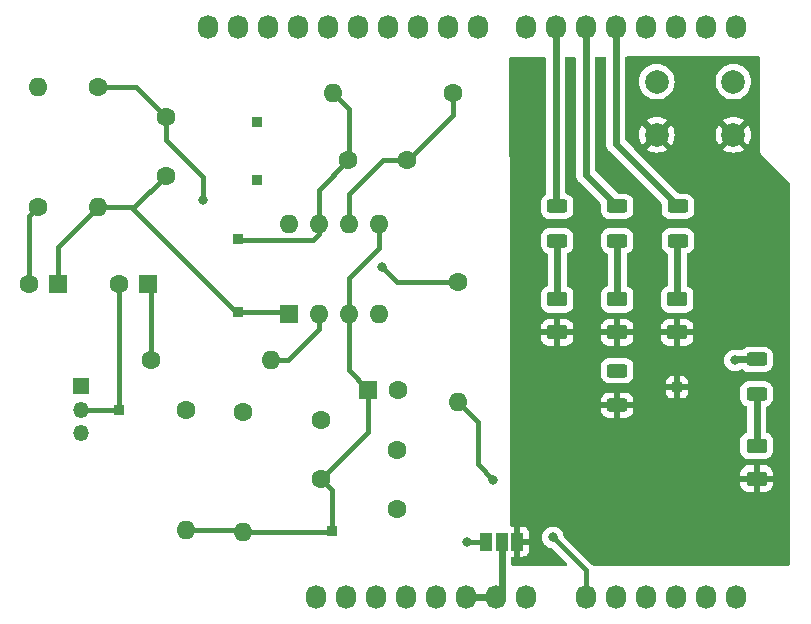
<source format=gbr>
%TF.GenerationSoftware,KiCad,Pcbnew,(6.0.0)*%
%TF.CreationDate,2022-05-11T10:24:23+02:00*%
%TF.ProjectId,speed_sensor,73706565-645f-4736-956e-736f722e6b69,v0.04*%
%TF.SameCoordinates,Original*%
%TF.FileFunction,Copper,L1,Top*%
%TF.FilePolarity,Positive*%
%FSLAX46Y46*%
G04 Gerber Fmt 4.6, Leading zero omitted, Abs format (unit mm)*
G04 Created by KiCad (PCBNEW (6.0.0)) date 2022-05-11 10:24:23*
%MOMM*%
%LPD*%
G01*
G04 APERTURE LIST*
G04 Aperture macros list*
%AMRoundRect*
0 Rectangle with rounded corners*
0 $1 Rounding radius*
0 $2 $3 $4 $5 $6 $7 $8 $9 X,Y pos of 4 corners*
0 Add a 4 corners polygon primitive as box body*
4,1,4,$2,$3,$4,$5,$6,$7,$8,$9,$2,$3,0*
0 Add four circle primitives for the rounded corners*
1,1,$1+$1,$2,$3*
1,1,$1+$1,$4,$5*
1,1,$1+$1,$6,$7*
1,1,$1+$1,$8,$9*
0 Add four rect primitives between the rounded corners*
20,1,$1+$1,$2,$3,$4,$5,0*
20,1,$1+$1,$4,$5,$6,$7,0*
20,1,$1+$1,$6,$7,$8,$9,0*
20,1,$1+$1,$8,$9,$2,$3,0*%
G04 Aperture macros list end*
%TA.AperFunction,ComponentPad*%
%ADD10C,1.600000*%
%TD*%
%TA.AperFunction,ComponentPad*%
%ADD11O,1.727200X2.032000*%
%TD*%
%TA.AperFunction,ComponentPad*%
%ADD12O,1.600000X1.600000*%
%TD*%
%TA.AperFunction,SMDPad,CuDef*%
%ADD13RoundRect,0.250000X0.625000X-0.375000X0.625000X0.375000X-0.625000X0.375000X-0.625000X-0.375000X0*%
%TD*%
%TA.AperFunction,SMDPad,CuDef*%
%ADD14R,1.000000X1.500000*%
%TD*%
%TA.AperFunction,ComponentPad*%
%ADD15R,0.850000X0.850000*%
%TD*%
%TA.AperFunction,ComponentPad*%
%ADD16R,1.600000X1.600000*%
%TD*%
%TA.AperFunction,SMDPad,CuDef*%
%ADD17RoundRect,0.250000X0.625000X-0.312500X0.625000X0.312500X-0.625000X0.312500X-0.625000X-0.312500X0*%
%TD*%
%TA.AperFunction,ComponentPad*%
%ADD18C,2.000000*%
%TD*%
%TA.AperFunction,ComponentPad*%
%ADD19R,1.350000X1.350000*%
%TD*%
%TA.AperFunction,ComponentPad*%
%ADD20O,1.350000X1.350000*%
%TD*%
%TA.AperFunction,ViaPad*%
%ADD21C,0.800000*%
%TD*%
%TA.AperFunction,Conductor*%
%ADD22C,0.600000*%
%TD*%
%TA.AperFunction,Conductor*%
%ADD23C,0.400000*%
%TD*%
%TA.AperFunction,Conductor*%
%ADD24C,0.200000*%
%TD*%
G04 APERTURE END LIST*
D10*
%TO.P,C7,1*%
%TO.N,GNDA*%
X145872200Y-111368200D03*
%TO.P,C7,2*%
%TO.N,+5V*%
X145872200Y-116368200D03*
%TD*%
%TO.P,C6,1*%
%TO.N,Net-(C6-Pad1)*%
X146721200Y-86817200D03*
%TO.P,C6,2*%
%TO.N,Net-(C6-Pad2)*%
X141721200Y-86817200D03*
%TD*%
%TO.P,C4,1*%
%TO.N,/v_cm*%
X139395200Y-113853600D03*
%TO.P,C4,2*%
%TO.N,GNDA*%
X139395200Y-108853600D03*
%TD*%
%TO.P,C3,1*%
%TO.N,Net-(C3-Pad1)*%
X126238000Y-83185000D03*
%TO.P,C3,2*%
%TO.N,Net-(C3-Pad2)*%
X126238000Y-88185000D03*
%TD*%
D11*
%TO.P,P1,1,Pin_1*%
%TO.N,unconnected-(P1-Pad1)*%
X138938000Y-123825000D03*
%TO.P,P1,2,Pin_2*%
%TO.N,/IOREF*%
X141478000Y-123825000D03*
%TO.P,P1,3,Pin_3*%
%TO.N,/Reset*%
X144018000Y-123825000D03*
%TO.P,P1,4,Pin_4*%
%TO.N,unconnected-(P1-Pad4)*%
X146558000Y-123825000D03*
%TO.P,P1,5,Pin_5*%
%TO.N,+5V*%
X149098000Y-123825000D03*
%TO.P,P1,6,Pin_6*%
%TO.N,GND*%
X151638000Y-123825000D03*
%TO.P,P1,7,Pin_7*%
X154178000Y-123825000D03*
%TO.P,P1,8,Pin_8*%
%TO.N,/Vin*%
X156718000Y-123825000D03*
%TD*%
%TO.P,P2,1,Pin_1*%
%TO.N,/A0*%
X161798000Y-123825000D03*
%TO.P,P2,2,Pin_2*%
%TO.N,/A1*%
X164338000Y-123825000D03*
%TO.P,P2,3,Pin_3*%
%TO.N,/A2*%
X166878000Y-123825000D03*
%TO.P,P2,4,Pin_4*%
%TO.N,/A3*%
X169418000Y-123825000D03*
%TO.P,P2,5,Pin_5*%
%TO.N,unconnected-(P2-Pad5)*%
X171958000Y-123825000D03*
%TO.P,P2,6,Pin_6*%
%TO.N,unconnected-(P2-Pad6)*%
X174498000Y-123825000D03*
%TD*%
%TO.P,P3,1,Pin_1*%
%TO.N,unconnected-(P3-Pad1)*%
X129794000Y-75565000D03*
%TO.P,P3,2,Pin_2*%
%TO.N,unconnected-(P3-Pad2)*%
X132334000Y-75565000D03*
%TO.P,P3,3,Pin_3*%
%TO.N,/AREF*%
X134874000Y-75565000D03*
%TO.P,P3,4,Pin_4*%
%TO.N,unconnected-(P3-Pad4)*%
X137414000Y-75565000D03*
%TO.P,P3,5,Pin_5*%
%TO.N,/D13(SCK)*%
X139954000Y-75565000D03*
%TO.P,P3,6,Pin_6*%
%TO.N,/D12(MISO)*%
X142494000Y-75565000D03*
%TO.P,P3,7,Pin_7*%
%TO.N,/D11(\u002A\u002A{slash}MOSI)*%
X145034000Y-75565000D03*
%TO.P,P3,8,Pin_8*%
%TO.N,/D10(\u002A\u002A{slash}SS)*%
X147574000Y-75565000D03*
%TO.P,P3,9,Pin_9*%
%TO.N,/D9*%
X150114000Y-75565000D03*
%TO.P,P3,10,Pin_10*%
%TO.N,/D8*%
X152654000Y-75565000D03*
%TD*%
%TO.P,P4,1,Pin_1*%
%TO.N,/D7*%
X156718000Y-75565000D03*
%TO.P,P4,2,Pin_2*%
%TO.N,/D6*%
X159258000Y-75565000D03*
%TO.P,P4,3,Pin_3*%
%TO.N,/D5*%
X161798000Y-75565000D03*
%TO.P,P4,4,Pin_4*%
%TO.N,/D4*%
X164338000Y-75565000D03*
%TO.P,P4,5,Pin_5*%
%TO.N,/D3*%
X166878000Y-75565000D03*
%TO.P,P4,6,Pin_6*%
%TO.N,/D2*%
X169418000Y-75565000D03*
%TO.P,P4,7,Pin_7*%
%TO.N,/D1(Tx)*%
X171958000Y-75565000D03*
%TO.P,P4,8,Pin_8*%
%TO.N,/D0(Rx)*%
X174498000Y-75565000D03*
%TD*%
D10*
%TO.P,R6,1*%
%TO.N,Net-(C6-Pad1)*%
X150571200Y-81178400D03*
D12*
%TO.P,R6,2*%
%TO.N,Net-(C6-Pad2)*%
X140411200Y-81178400D03*
%TD*%
D13*
%TO.P,D4,1,K*%
%TO.N,GNDD*%
X169545000Y-101414500D03*
%TO.P,D4,2,A*%
%TO.N,Net-(D4-Pad2)*%
X169545000Y-98614500D03*
%TD*%
D14*
%TO.P,JP1,1,A*%
%TO.N,GNDD*%
X155986000Y-119126000D03*
%TO.P,JP1,2,C*%
%TO.N,GND*%
X154686000Y-119126000D03*
%TO.P,JP1,3,B*%
%TO.N,GNDA*%
X153386000Y-119126000D03*
%TD*%
D12*
%TO.P,R5,2*%
%TO.N,Net-(C6-Pad1)*%
X115443000Y-80645000D03*
D10*
%TO.P,R5,1*%
%TO.N,Net-(C5-Pad2)*%
X115443000Y-90805000D03*
%TD*%
D12*
%TO.P,R3,2*%
%TO.N,Net-(C3-Pad1)*%
X135204200Y-103708200D03*
D10*
%TO.P,R3,1*%
%TO.N,Net-(C1-Pad1)*%
X125044200Y-103708200D03*
%TD*%
%TO.P,R1,1*%
%TO.N,+5V*%
X132816600Y-108153200D03*
D12*
%TO.P,R1,2*%
%TO.N,/v_cm*%
X132816600Y-118313200D03*
%TD*%
D13*
%TO.P,D1,1,K*%
%TO.N,GNDD*%
X176276000Y-113795000D03*
%TO.P,D1,2,A*%
%TO.N,Net-(D1-Pad2)*%
X176276000Y-110995000D03*
%TD*%
D15*
%TO.P,sensor_out,1,Pin_1*%
%TO.N,/V_IN*%
X122301000Y-107950000D03*
%TD*%
D13*
%TO.P,D2,1,K*%
%TO.N,GNDD*%
X159385000Y-101414500D03*
%TO.P,D2,2,A*%
%TO.N,Net-(D2-Pad2)*%
X159385000Y-98614500D03*
%TD*%
D16*
%TO.P,C2,1*%
%TO.N,/v_cm*%
X143383000Y-106248200D03*
D10*
%TO.P,C2,2*%
%TO.N,GNDA*%
X145883000Y-106248200D03*
%TD*%
D17*
%TO.P,R10,1*%
%TO.N,Net-(D3-Pad2)*%
X164465000Y-93664500D03*
%TO.P,R10,2*%
%TO.N,/D5*%
X164465000Y-90739500D03*
%TD*%
D16*
%TO.P,U1,1*%
%TO.N,Net-(C3-Pad2)*%
X136662000Y-99812000D03*
D12*
%TO.P,U1,2,-*%
%TO.N,Net-(C3-Pad1)*%
X139202000Y-99812000D03*
%TO.P,U1,3,+*%
%TO.N,/v_cm*%
X141742000Y-99812000D03*
%TO.P,U1,4,V-*%
%TO.N,GNDA*%
X144282000Y-99812000D03*
%TO.P,U1,5,+*%
%TO.N,/v_cm*%
X144282000Y-92192000D03*
%TO.P,U1,6,-*%
%TO.N,Net-(C6-Pad1)*%
X141742000Y-92192000D03*
%TO.P,U1,7*%
%TO.N,Net-(C6-Pad2)*%
X139202000Y-92192000D03*
%TO.P,U1,8,V+*%
%TO.N,+5V*%
X136662000Y-92192000D03*
%TD*%
D18*
%TO.P,SW1,1,1*%
%TO.N,GNDD*%
X174319000Y-84673000D03*
X167819000Y-84673000D03*
%TO.P,SW1,2,2*%
%TO.N,/D7*%
X167819000Y-80173000D03*
X174319000Y-80173000D03*
%TD*%
D13*
%TO.P,D3,1,K*%
%TO.N,GNDD*%
X164465000Y-101414500D03*
%TO.P,D3,2,A*%
%TO.N,Net-(D3-Pad2)*%
X164465000Y-98614500D03*
%TD*%
D10*
%TO.P,R7,1*%
%TO.N,Net-(C6-Pad2)*%
X150977600Y-97155000D03*
D12*
%TO.P,R7,2*%
%TO.N,/A0*%
X150977600Y-107315000D03*
%TD*%
D15*
%TO.P,GNDA,1,Pin_1*%
%TO.N,GNDA*%
X133985000Y-83566000D03*
%TD*%
%TO.P,OP2_out,1,Pin_1*%
%TO.N,Net-(C6-Pad2)*%
X132334000Y-93472000D03*
%TD*%
D16*
%TO.P,C1,1*%
%TO.N,Net-(C1-Pad1)*%
X124776113Y-97322000D03*
D10*
%TO.P,C1,2*%
%TO.N,/V_IN*%
X122276113Y-97322000D03*
%TD*%
D17*
%TO.P,R11,1*%
%TO.N,Net-(D4-Pad2)*%
X169625000Y-93664500D03*
%TO.P,R11,2*%
%TO.N,/D4*%
X169625000Y-90739500D03*
%TD*%
%TO.P,R9,1*%
%TO.N,Net-(D2-Pad2)*%
X159385000Y-93664500D03*
%TO.P,R9,2*%
%TO.N,/D6*%
X159385000Y-90739500D03*
%TD*%
D16*
%TO.P,C5,1*%
%TO.N,Net-(C3-Pad2)*%
X117156113Y-97282000D03*
D10*
%TO.P,C5,2*%
%TO.N,Net-(C5-Pad2)*%
X114656113Y-97282000D03*
%TD*%
D19*
%TO.P,sensor,1,Pin_1*%
%TO.N,GNDA*%
X119098200Y-105950000D03*
D20*
%TO.P,sensor,2,Pin_2*%
%TO.N,/V_IN*%
X119098200Y-107950000D03*
%TO.P,sensor,3,Pin_3*%
%TO.N,+5V*%
X119098200Y-109950000D03*
%TD*%
D15*
%TO.P,OP1_out,1,Pin_1*%
%TO.N,Net-(C3-Pad2)*%
X132334000Y-99685000D03*
%TD*%
D10*
%TO.P,R2,1*%
%TO.N,GNDA*%
X127965200Y-108000800D03*
D12*
%TO.P,R2,2*%
%TO.N,/v_cm*%
X127965200Y-118160800D03*
%TD*%
D15*
%TO.P,v_d_out,1,Pin_1*%
%TO.N,/v_cm*%
X140335000Y-118237000D03*
%TD*%
%TO.P,GNDD,1,Pin_1*%
%TO.N,GNDD*%
X169545000Y-106059700D03*
%TD*%
D17*
%TO.P,R8,1*%
%TO.N,Net-(D1-Pad2)*%
X176276000Y-106618500D03*
%TO.P,R8,2*%
%TO.N,+5V*%
X176276000Y-103693500D03*
%TD*%
D15*
%TO.P,GNDA,1,Pin_1*%
%TO.N,GNDA*%
X133985000Y-88519000D03*
%TD*%
D17*
%TO.P,R12,1*%
%TO.N,GNDD*%
X164465000Y-107573000D03*
%TO.P,R12,2*%
%TO.N,Net-(R12-Pad2)*%
X164465000Y-104648000D03*
%TD*%
D12*
%TO.P,R4,2*%
%TO.N,Net-(C3-Pad2)*%
X120523000Y-90805000D03*
D10*
%TO.P,R4,1*%
%TO.N,Net-(C3-Pad1)*%
X120523000Y-80645000D03*
%TD*%
D21*
%TO.N,GNDA*%
X151765000Y-119126000D03*
%TO.N,Net-(C3-Pad1)*%
X129413000Y-90170000D03*
%TO.N,+5V*%
X174447200Y-103784400D03*
%TO.N,/A0*%
X159029400Y-118770400D03*
X154000200Y-113868200D03*
%TO.N,Net-(C6-Pad2)*%
X144526000Y-95885000D03*
%TD*%
D22*
%TO.N,/D4*%
X164338000Y-85452500D02*
X169625000Y-90739500D01*
X164338000Y-75565000D02*
X164338000Y-85452500D01*
%TO.N,/D5*%
X161798000Y-88072500D02*
X164465000Y-90739500D01*
X161798000Y-75565000D02*
X161798000Y-88072500D01*
%TO.N,/D6*%
X159258000Y-90612500D02*
X159258000Y-75565000D01*
X159385000Y-90739500D02*
X159258000Y-90612500D01*
%TO.N,Net-(D2-Pad2)*%
X159385000Y-93664500D02*
X159385000Y-98614500D01*
%TO.N,Net-(D3-Pad2)*%
X164465000Y-93664500D02*
X164465000Y-98614500D01*
%TO.N,Net-(D4-Pad2)*%
X169545000Y-93744500D02*
X169545000Y-98614500D01*
X169625000Y-93664500D02*
X169545000Y-93744500D01*
D23*
%TO.N,Net-(C6-Pad2)*%
X138684000Y-93599000D02*
X139202000Y-93081000D01*
X132461000Y-93599000D02*
X138684000Y-93599000D01*
X132334000Y-93472000D02*
X132461000Y-93599000D01*
X139202000Y-93081000D02*
X139202000Y-92192000D01*
%TO.N,Net-(C3-Pad2)*%
X136535000Y-99685000D02*
X136662000Y-99812000D01*
X132334000Y-99685000D02*
X136535000Y-99685000D01*
X132197000Y-99685000D02*
X123342400Y-90830400D01*
X132334000Y-99685000D02*
X132197000Y-99685000D01*
%TO.N,/v_cm*%
X144282000Y-94224000D02*
X144282000Y-92192000D01*
X141742000Y-96764000D02*
X144282000Y-94224000D01*
X141742000Y-99812000D02*
X141742000Y-96764000D01*
%TO.N,GNDA*%
X151765000Y-119126000D02*
X153386000Y-119126000D01*
%TO.N,Net-(C3-Pad1)*%
X126238000Y-85090000D02*
X126238000Y-83185000D01*
X129413000Y-88265000D02*
X126238000Y-85090000D01*
X129413000Y-90170000D02*
X129413000Y-88265000D01*
%TO.N,/v_cm*%
X140258800Y-118313200D02*
X132816600Y-118313200D01*
X140335000Y-118237000D02*
X140258800Y-118313200D01*
X140335000Y-114793400D02*
X139395200Y-113853600D01*
X140335000Y-118237000D02*
X140335000Y-114793400D01*
%TO.N,Net-(C3-Pad2)*%
X117156113Y-94171887D02*
X120523000Y-90805000D01*
%TO.N,Net-(C5-Pad2)*%
X114656113Y-91591887D02*
X115443000Y-90805000D01*
%TO.N,Net-(C3-Pad2)*%
X117156113Y-97282000D02*
X117156113Y-94171887D01*
%TO.N,Net-(C5-Pad2)*%
X114656113Y-97282000D02*
X114656113Y-91591887D01*
%TO.N,Net-(C6-Pad1)*%
X141742000Y-89728200D02*
X141742000Y-92192000D01*
%TO.N,Net-(C6-Pad2)*%
X141732000Y-86806400D02*
X141721200Y-86817200D01*
X141732000Y-82499200D02*
X141732000Y-86806400D01*
X140411200Y-81178400D02*
X141732000Y-82499200D01*
%TO.N,Net-(C6-Pad1)*%
X150571200Y-82981800D02*
X150571200Y-81178400D01*
X146721200Y-86817200D02*
X146735800Y-86817200D01*
X146735800Y-86817200D02*
X150571200Y-82981800D01*
%TO.N,/V_IN*%
X119098200Y-107950000D02*
X122301000Y-107950000D01*
D24*
X122301000Y-97346887D02*
X122276113Y-97322000D01*
D23*
X122301000Y-107950000D02*
X122301000Y-97346887D01*
D22*
%TO.N,+5V*%
X174563500Y-103693500D02*
X176276000Y-103693500D01*
%TO.N,GND*%
X151638000Y-123825000D02*
X154178000Y-123825000D01*
X154686000Y-123317000D02*
X154178000Y-123825000D01*
X154686000Y-119126000D02*
X154686000Y-123317000D01*
D23*
%TO.N,/A0*%
X152679400Y-112547400D02*
X154000200Y-113868200D01*
X152679400Y-109016800D02*
X152679400Y-112547400D01*
X161798000Y-121539000D02*
X159029400Y-118770400D01*
X150977600Y-107315000D02*
X152679400Y-109016800D01*
X161798000Y-121539000D02*
X161798000Y-123825000D01*
D22*
%TO.N,Net-(D1-Pad2)*%
X176276000Y-110995000D02*
X176276000Y-106618500D01*
D23*
%TO.N,Net-(C6-Pad2)*%
X150977600Y-97155000D02*
X145796000Y-97155000D01*
X139202000Y-92192000D02*
X139202000Y-89336400D01*
X139202000Y-89336400D02*
X141721200Y-86817200D01*
X145796000Y-97155000D02*
X144526000Y-95885000D01*
%TO.N,Net-(C6-Pad1)*%
X141742000Y-89728200D02*
X144653000Y-86817200D01*
X144653000Y-86817200D02*
X146721200Y-86817200D01*
%TO.N,Net-(C3-Pad1)*%
X136601200Y-103708200D02*
X139202000Y-101107400D01*
X139202000Y-101107400D02*
X139202000Y-99812000D01*
X123698000Y-80645000D02*
X126238000Y-83185000D01*
X135204200Y-103708200D02*
X136601200Y-103708200D01*
X120523000Y-80645000D02*
X123698000Y-80645000D01*
%TO.N,Net-(C3-Pad2)*%
X123592600Y-90830400D02*
X126238000Y-88185000D01*
X123342400Y-90830400D02*
X123592600Y-90830400D01*
X120523000Y-90805000D02*
X123317000Y-90805000D01*
X123317000Y-90805000D02*
X123342400Y-90830400D01*
%TO.N,Net-(C1-Pad1)*%
X125044200Y-97590087D02*
X124776113Y-97322000D01*
X125044200Y-103708200D02*
X125044200Y-97590087D01*
%TO.N,/v_cm*%
X143383000Y-109865800D02*
X139395200Y-113853600D01*
X141742000Y-99812000D02*
X141742000Y-104607200D01*
X141742000Y-104607200D02*
X143383000Y-106248200D01*
X143383000Y-106248200D02*
X143383000Y-109865800D01*
X127965200Y-118160800D02*
X132664200Y-118160800D01*
X132664200Y-118160800D02*
X132816600Y-118313200D01*
%TD*%
%TA.AperFunction,Conductor*%
%TO.N,GNDD*%
G36*
X176471500Y-78001316D02*
G01*
X176518306Y-78054698D01*
X176530000Y-78107710D01*
X176530000Y-85907980D01*
X176528646Y-85920096D01*
X176529130Y-85920135D01*
X176528410Y-85929086D01*
X176526429Y-85937840D01*
X176527672Y-85957876D01*
X176529758Y-85991501D01*
X176530000Y-85999303D01*
X176530000Y-86015477D01*
X176530636Y-86019918D01*
X176530636Y-86019919D01*
X176531480Y-86025813D01*
X176532510Y-86035872D01*
X176535439Y-86083075D01*
X176538485Y-86091513D01*
X176539088Y-86094424D01*
X176543294Y-86111292D01*
X176544132Y-86114159D01*
X176545405Y-86123045D01*
X176549120Y-86131216D01*
X176549121Y-86131219D01*
X176564977Y-86166092D01*
X176568791Y-86175461D01*
X176581801Y-86211501D01*
X176581803Y-86211505D01*
X176584850Y-86219945D01*
X176590146Y-86227194D01*
X176591547Y-86229829D01*
X176600303Y-86244814D01*
X176601918Y-86247339D01*
X176605633Y-86255510D01*
X176611491Y-86262309D01*
X176611492Y-86262310D01*
X176636502Y-86291335D01*
X176642791Y-86299256D01*
X176647927Y-86306286D01*
X176650805Y-86310225D01*
X176661757Y-86321177D01*
X176668115Y-86328025D01*
X176694756Y-86358944D01*
X176694761Y-86358948D01*
X176700619Y-86365747D01*
X176708153Y-86370630D01*
X176714428Y-86376104D01*
X176726248Y-86385668D01*
X179033095Y-88692515D01*
X179067121Y-88754827D01*
X179070000Y-88781610D01*
X179070000Y-121022390D01*
X179049998Y-121090511D01*
X179033095Y-121111485D01*
X179023485Y-121121095D01*
X178961173Y-121155121D01*
X178934390Y-121158000D01*
X162462178Y-121158000D01*
X162394057Y-121137998D01*
X162358338Y-121103367D01*
X162333357Y-121067019D01*
X162286838Y-121025572D01*
X162281563Y-121020592D01*
X159964065Y-118703095D01*
X159930040Y-118640783D01*
X159927850Y-118627170D01*
X159923632Y-118587037D01*
X159923632Y-118587035D01*
X159922942Y-118580472D01*
X159863927Y-118398844D01*
X159768440Y-118233456D01*
X159640653Y-118091534D01*
X159486152Y-117979282D01*
X159480124Y-117976598D01*
X159480122Y-117976597D01*
X159317719Y-117904291D01*
X159317718Y-117904291D01*
X159311688Y-117901606D01*
X159217323Y-117881548D01*
X159131344Y-117863272D01*
X159131339Y-117863272D01*
X159124887Y-117861900D01*
X158933913Y-117861900D01*
X158927461Y-117863272D01*
X158927456Y-117863272D01*
X158841477Y-117881548D01*
X158747112Y-117901606D01*
X158741082Y-117904291D01*
X158741081Y-117904291D01*
X158578678Y-117976597D01*
X158578676Y-117976598D01*
X158572648Y-117979282D01*
X158418147Y-118091534D01*
X158290360Y-118233456D01*
X158194873Y-118398844D01*
X158135858Y-118580472D01*
X158115896Y-118770400D01*
X158116586Y-118776965D01*
X158125151Y-118858452D01*
X158135858Y-118960328D01*
X158194873Y-119141956D01*
X158290360Y-119307344D01*
X158294778Y-119312251D01*
X158294779Y-119312252D01*
X158367978Y-119393548D01*
X158418147Y-119449266D01*
X158572648Y-119561518D01*
X158578676Y-119564202D01*
X158578678Y-119564203D01*
X158741081Y-119636509D01*
X158747112Y-119639194D01*
X158883811Y-119668250D01*
X158899969Y-119671685D01*
X158962867Y-119705837D01*
X160199935Y-120942905D01*
X160233961Y-121005217D01*
X160228896Y-121076032D01*
X160186349Y-121132868D01*
X160119829Y-121157679D01*
X160110840Y-121158000D01*
X155620500Y-121158000D01*
X155552379Y-121137998D01*
X155505886Y-121084342D01*
X155494500Y-121032000D01*
X155494500Y-120510000D01*
X155514502Y-120441879D01*
X155568158Y-120395386D01*
X155620500Y-120384000D01*
X155713885Y-120384000D01*
X155729124Y-120379525D01*
X155730329Y-120378135D01*
X155732000Y-120370452D01*
X155732000Y-120365884D01*
X156240000Y-120365884D01*
X156244475Y-120381123D01*
X156245865Y-120382328D01*
X156253548Y-120383999D01*
X156530669Y-120383999D01*
X156537490Y-120383629D01*
X156588352Y-120378105D01*
X156603604Y-120374479D01*
X156724054Y-120329324D01*
X156739649Y-120320786D01*
X156841724Y-120244285D01*
X156854285Y-120231724D01*
X156930786Y-120129649D01*
X156939324Y-120114054D01*
X156984478Y-119993606D01*
X156988105Y-119978351D01*
X156993631Y-119927486D01*
X156994000Y-119920672D01*
X156994000Y-119398115D01*
X156989525Y-119382876D01*
X156988135Y-119381671D01*
X156980452Y-119380000D01*
X156258115Y-119380000D01*
X156242876Y-119384475D01*
X156241671Y-119385865D01*
X156240000Y-119393548D01*
X156240000Y-120365884D01*
X155732000Y-120365884D01*
X155732000Y-118853885D01*
X156240000Y-118853885D01*
X156244475Y-118869124D01*
X156245865Y-118870329D01*
X156253548Y-118872000D01*
X156975884Y-118872000D01*
X156991123Y-118867525D01*
X156992328Y-118866135D01*
X156993999Y-118858452D01*
X156993999Y-118331331D01*
X156993629Y-118324510D01*
X156988105Y-118273648D01*
X156984479Y-118258396D01*
X156939324Y-118137946D01*
X156930786Y-118122351D01*
X156854285Y-118020276D01*
X156841724Y-118007715D01*
X156739649Y-117931214D01*
X156724054Y-117922676D01*
X156603606Y-117877522D01*
X156588351Y-117873895D01*
X156537486Y-117868369D01*
X156530672Y-117868000D01*
X156258115Y-117868000D01*
X156242876Y-117872475D01*
X156241671Y-117873865D01*
X156240000Y-117881548D01*
X156240000Y-118853885D01*
X155732000Y-118853885D01*
X155732000Y-117886116D01*
X155727525Y-117870877D01*
X155726135Y-117869672D01*
X155718452Y-117868001D01*
X155563923Y-117868001D01*
X155495802Y-117847999D01*
X155449309Y-117794343D01*
X155437924Y-117742373D01*
X155429584Y-114914851D01*
X155427526Y-114217095D01*
X174893001Y-114217095D01*
X174893338Y-114223614D01*
X174903257Y-114319206D01*
X174906149Y-114332600D01*
X174957588Y-114486784D01*
X174963761Y-114499962D01*
X175049063Y-114637807D01*
X175058099Y-114649208D01*
X175172829Y-114763739D01*
X175184240Y-114772751D01*
X175322243Y-114857816D01*
X175335424Y-114863963D01*
X175489710Y-114915138D01*
X175503086Y-114918005D01*
X175597438Y-114927672D01*
X175603854Y-114928000D01*
X176003885Y-114928000D01*
X176019124Y-114923525D01*
X176020329Y-114922135D01*
X176022000Y-114914452D01*
X176022000Y-114909884D01*
X176530000Y-114909884D01*
X176534475Y-114925123D01*
X176535865Y-114926328D01*
X176543548Y-114927999D01*
X176948095Y-114927999D01*
X176954614Y-114927662D01*
X177050206Y-114917743D01*
X177063600Y-114914851D01*
X177217784Y-114863412D01*
X177230962Y-114857239D01*
X177368807Y-114771937D01*
X177380208Y-114762901D01*
X177494739Y-114648171D01*
X177503751Y-114636760D01*
X177588816Y-114498757D01*
X177594963Y-114485576D01*
X177646138Y-114331290D01*
X177649005Y-114317914D01*
X177658672Y-114223562D01*
X177659000Y-114217146D01*
X177659000Y-114067115D01*
X177654525Y-114051876D01*
X177653135Y-114050671D01*
X177645452Y-114049000D01*
X176548115Y-114049000D01*
X176532876Y-114053475D01*
X176531671Y-114054865D01*
X176530000Y-114062548D01*
X176530000Y-114909884D01*
X176022000Y-114909884D01*
X176022000Y-114067115D01*
X176017525Y-114051876D01*
X176016135Y-114050671D01*
X176008452Y-114049000D01*
X174911116Y-114049000D01*
X174895877Y-114053475D01*
X174894672Y-114054865D01*
X174893001Y-114062548D01*
X174893001Y-114217095D01*
X155427526Y-114217095D01*
X155425478Y-113522885D01*
X174893000Y-113522885D01*
X174897475Y-113538124D01*
X174898865Y-113539329D01*
X174906548Y-113541000D01*
X176003885Y-113541000D01*
X176019124Y-113536525D01*
X176020329Y-113535135D01*
X176022000Y-113527452D01*
X176022000Y-113522885D01*
X176530000Y-113522885D01*
X176534475Y-113538124D01*
X176535865Y-113539329D01*
X176543548Y-113541000D01*
X177640884Y-113541000D01*
X177656123Y-113536525D01*
X177657328Y-113535135D01*
X177658999Y-113527452D01*
X177658999Y-113372905D01*
X177658662Y-113366386D01*
X177648743Y-113270794D01*
X177645851Y-113257400D01*
X177594412Y-113103216D01*
X177588239Y-113090038D01*
X177502937Y-112952193D01*
X177493901Y-112940792D01*
X177379171Y-112826261D01*
X177367760Y-112817249D01*
X177229757Y-112732184D01*
X177216576Y-112726037D01*
X177062290Y-112674862D01*
X177048914Y-112671995D01*
X176954562Y-112662328D01*
X176948145Y-112662000D01*
X176548115Y-112662000D01*
X176532876Y-112666475D01*
X176531671Y-112667865D01*
X176530000Y-112675548D01*
X176530000Y-113522885D01*
X176022000Y-113522885D01*
X176022000Y-112680116D01*
X176017525Y-112664877D01*
X176016135Y-112663672D01*
X176008452Y-112662001D01*
X175603905Y-112662001D01*
X175597386Y-112662338D01*
X175501794Y-112672257D01*
X175488400Y-112675149D01*
X175334216Y-112726588D01*
X175321038Y-112732761D01*
X175183193Y-112818063D01*
X175171792Y-112827099D01*
X175057261Y-112941829D01*
X175048249Y-112953240D01*
X174963184Y-113091243D01*
X174957037Y-113104424D01*
X174905862Y-113258710D01*
X174902995Y-113272086D01*
X174893328Y-113366438D01*
X174893000Y-113372855D01*
X174893000Y-113522885D01*
X155425478Y-113522885D01*
X155419276Y-111420400D01*
X174892500Y-111420400D01*
X174903474Y-111526166D01*
X174959450Y-111693946D01*
X175052522Y-111844348D01*
X175177697Y-111969305D01*
X175183927Y-111973145D01*
X175183928Y-111973146D01*
X175321090Y-112057694D01*
X175328262Y-112062115D01*
X175408005Y-112088564D01*
X175489611Y-112115632D01*
X175489613Y-112115632D01*
X175496139Y-112117797D01*
X175502975Y-112118497D01*
X175502978Y-112118498D01*
X175546031Y-112122909D01*
X175600600Y-112128500D01*
X176951400Y-112128500D01*
X176954646Y-112128163D01*
X176954650Y-112128163D01*
X177050308Y-112118238D01*
X177050312Y-112118237D01*
X177057166Y-112117526D01*
X177063702Y-112115345D01*
X177063704Y-112115345D01*
X177195806Y-112071272D01*
X177224946Y-112061550D01*
X177375348Y-111968478D01*
X177500305Y-111843303D01*
X177593115Y-111692738D01*
X177648797Y-111524861D01*
X177659500Y-111420400D01*
X177659500Y-110569600D01*
X177648526Y-110463834D01*
X177592550Y-110296054D01*
X177499478Y-110145652D01*
X177374303Y-110020695D01*
X177223738Y-109927885D01*
X177170832Y-109910337D01*
X177112473Y-109869906D01*
X177085236Y-109804342D01*
X177084500Y-109790744D01*
X177084500Y-107760197D01*
X177104502Y-107692076D01*
X177158158Y-107645583D01*
X177170623Y-107640674D01*
X177218002Y-107624867D01*
X177218004Y-107624866D01*
X177224946Y-107622550D01*
X177375348Y-107529478D01*
X177500305Y-107404303D01*
X177593115Y-107253738D01*
X177640361Y-107111294D01*
X177646632Y-107092389D01*
X177646632Y-107092387D01*
X177648797Y-107085861D01*
X177659500Y-106981400D01*
X177659500Y-106255600D01*
X177648526Y-106149834D01*
X177592550Y-105982054D01*
X177499478Y-105831652D01*
X177467606Y-105799835D01*
X177379483Y-105711866D01*
X177374303Y-105706695D01*
X177290307Y-105654919D01*
X177229968Y-105617725D01*
X177229966Y-105617724D01*
X177223738Y-105613885D01*
X177131255Y-105583210D01*
X177062389Y-105560368D01*
X177062387Y-105560368D01*
X177055861Y-105558203D01*
X177049025Y-105557503D01*
X177049022Y-105557502D01*
X177005969Y-105553091D01*
X176951400Y-105547500D01*
X175600600Y-105547500D01*
X175597354Y-105547837D01*
X175597350Y-105547837D01*
X175501692Y-105557762D01*
X175501688Y-105557763D01*
X175494834Y-105558474D01*
X175488298Y-105560655D01*
X175488296Y-105560655D01*
X175420691Y-105583210D01*
X175327054Y-105614450D01*
X175176652Y-105707522D01*
X175051695Y-105832697D01*
X174958885Y-105983262D01*
X174903203Y-106151139D01*
X174892500Y-106255600D01*
X174892500Y-106981400D01*
X174903474Y-107087166D01*
X174959450Y-107254946D01*
X175052522Y-107405348D01*
X175177697Y-107530305D01*
X175328262Y-107623115D01*
X175381168Y-107640663D01*
X175439527Y-107681094D01*
X175466764Y-107746658D01*
X175467500Y-107760256D01*
X175467500Y-109790803D01*
X175447498Y-109858924D01*
X175393842Y-109905417D01*
X175381377Y-109910326D01*
X175333998Y-109926133D01*
X175333996Y-109926134D01*
X175327054Y-109928450D01*
X175176652Y-110021522D01*
X175051695Y-110146697D01*
X174958885Y-110297262D01*
X174903203Y-110465139D01*
X174892500Y-110569600D01*
X174892500Y-111420400D01*
X155419276Y-111420400D01*
X155408987Y-107932595D01*
X163082001Y-107932595D01*
X163082338Y-107939114D01*
X163092257Y-108034706D01*
X163095149Y-108048100D01*
X163146588Y-108202284D01*
X163152761Y-108215462D01*
X163238063Y-108353307D01*
X163247099Y-108364708D01*
X163361829Y-108479239D01*
X163373240Y-108488251D01*
X163511243Y-108573316D01*
X163524424Y-108579463D01*
X163678710Y-108630638D01*
X163692086Y-108633505D01*
X163786438Y-108643172D01*
X163792854Y-108643500D01*
X164192885Y-108643500D01*
X164208124Y-108639025D01*
X164209329Y-108637635D01*
X164211000Y-108629952D01*
X164211000Y-108625384D01*
X164719000Y-108625384D01*
X164723475Y-108640623D01*
X164724865Y-108641828D01*
X164732548Y-108643499D01*
X165137095Y-108643499D01*
X165143614Y-108643162D01*
X165239206Y-108633243D01*
X165252600Y-108630351D01*
X165406784Y-108578912D01*
X165419962Y-108572739D01*
X165557807Y-108487437D01*
X165569208Y-108478401D01*
X165683739Y-108363671D01*
X165692751Y-108352260D01*
X165777816Y-108214257D01*
X165783963Y-108201076D01*
X165835138Y-108046790D01*
X165838005Y-108033414D01*
X165847672Y-107939062D01*
X165848000Y-107932646D01*
X165848000Y-107845115D01*
X165843525Y-107829876D01*
X165842135Y-107828671D01*
X165834452Y-107827000D01*
X164737115Y-107827000D01*
X164721876Y-107831475D01*
X164720671Y-107832865D01*
X164719000Y-107840548D01*
X164719000Y-108625384D01*
X164211000Y-108625384D01*
X164211000Y-107845115D01*
X164206525Y-107829876D01*
X164205135Y-107828671D01*
X164197452Y-107827000D01*
X163100116Y-107827000D01*
X163084877Y-107831475D01*
X163083672Y-107832865D01*
X163082001Y-107840548D01*
X163082001Y-107932595D01*
X155408987Y-107932595D01*
X155407124Y-107300885D01*
X163082000Y-107300885D01*
X163086475Y-107316124D01*
X163087865Y-107317329D01*
X163095548Y-107319000D01*
X164192885Y-107319000D01*
X164208124Y-107314525D01*
X164209329Y-107313135D01*
X164211000Y-107305452D01*
X164211000Y-107300885D01*
X164719000Y-107300885D01*
X164723475Y-107316124D01*
X164724865Y-107317329D01*
X164732548Y-107319000D01*
X165829884Y-107319000D01*
X165845123Y-107314525D01*
X165846328Y-107313135D01*
X165847999Y-107305452D01*
X165847999Y-107213405D01*
X165847662Y-107206886D01*
X165837743Y-107111294D01*
X165834851Y-107097900D01*
X165783412Y-106943716D01*
X165777239Y-106930538D01*
X165691937Y-106792693D01*
X165682901Y-106781292D01*
X165568171Y-106666761D01*
X165556760Y-106657749D01*
X165418757Y-106572684D01*
X165405576Y-106566537D01*
X165293519Y-106529369D01*
X168612001Y-106529369D01*
X168612371Y-106536190D01*
X168617895Y-106587052D01*
X168621521Y-106602304D01*
X168666676Y-106722754D01*
X168675214Y-106738349D01*
X168751715Y-106840424D01*
X168764276Y-106852985D01*
X168866351Y-106929486D01*
X168881946Y-106938024D01*
X169002394Y-106983178D01*
X169017649Y-106986805D01*
X169068514Y-106992331D01*
X169075328Y-106992700D01*
X169272885Y-106992700D01*
X169288124Y-106988225D01*
X169289329Y-106986835D01*
X169291000Y-106979152D01*
X169291000Y-106974584D01*
X169799000Y-106974584D01*
X169803475Y-106989823D01*
X169804865Y-106991028D01*
X169812548Y-106992699D01*
X170014669Y-106992699D01*
X170021490Y-106992329D01*
X170072352Y-106986805D01*
X170087604Y-106983179D01*
X170208054Y-106938024D01*
X170223649Y-106929486D01*
X170325724Y-106852985D01*
X170338285Y-106840424D01*
X170414786Y-106738349D01*
X170423324Y-106722754D01*
X170468478Y-106602306D01*
X170472105Y-106587051D01*
X170477631Y-106536186D01*
X170478000Y-106529372D01*
X170478000Y-106331815D01*
X170473525Y-106316576D01*
X170472135Y-106315371D01*
X170464452Y-106313700D01*
X169817115Y-106313700D01*
X169801876Y-106318175D01*
X169800671Y-106319565D01*
X169799000Y-106327248D01*
X169799000Y-106974584D01*
X169291000Y-106974584D01*
X169291000Y-106331815D01*
X169286525Y-106316576D01*
X169285135Y-106315371D01*
X169277452Y-106313700D01*
X168630116Y-106313700D01*
X168614877Y-106318175D01*
X168613672Y-106319565D01*
X168612001Y-106327248D01*
X168612001Y-106529369D01*
X165293519Y-106529369D01*
X165251290Y-106515362D01*
X165237914Y-106512495D01*
X165143562Y-106502828D01*
X165137145Y-106502500D01*
X164737115Y-106502500D01*
X164721876Y-106506975D01*
X164720671Y-106508365D01*
X164719000Y-106516048D01*
X164719000Y-107300885D01*
X164211000Y-107300885D01*
X164211000Y-106520616D01*
X164206525Y-106505377D01*
X164205135Y-106504172D01*
X164197452Y-106502501D01*
X163792905Y-106502501D01*
X163786386Y-106502838D01*
X163690794Y-106512757D01*
X163677400Y-106515649D01*
X163523216Y-106567088D01*
X163510038Y-106573261D01*
X163372193Y-106658563D01*
X163360792Y-106667599D01*
X163246261Y-106782329D01*
X163237249Y-106793740D01*
X163152184Y-106931743D01*
X163146037Y-106944924D01*
X163094862Y-107099210D01*
X163091995Y-107112586D01*
X163082328Y-107206938D01*
X163082000Y-107213355D01*
X163082000Y-107300885D01*
X155407124Y-107300885D01*
X155402660Y-105787585D01*
X168612000Y-105787585D01*
X168616475Y-105802824D01*
X168617865Y-105804029D01*
X168625548Y-105805700D01*
X169272885Y-105805700D01*
X169288124Y-105801225D01*
X169289329Y-105799835D01*
X169291000Y-105792152D01*
X169291000Y-105787585D01*
X169799000Y-105787585D01*
X169803475Y-105802824D01*
X169804865Y-105804029D01*
X169812548Y-105805700D01*
X170459884Y-105805700D01*
X170475123Y-105801225D01*
X170476328Y-105799835D01*
X170477999Y-105792152D01*
X170477999Y-105590031D01*
X170477629Y-105583210D01*
X170472105Y-105532348D01*
X170468479Y-105517096D01*
X170423324Y-105396646D01*
X170414786Y-105381051D01*
X170338285Y-105278976D01*
X170325724Y-105266415D01*
X170223649Y-105189914D01*
X170208054Y-105181376D01*
X170087606Y-105136222D01*
X170072351Y-105132595D01*
X170021486Y-105127069D01*
X170014672Y-105126700D01*
X169817115Y-105126700D01*
X169801876Y-105131175D01*
X169800671Y-105132565D01*
X169799000Y-105140248D01*
X169799000Y-105787585D01*
X169291000Y-105787585D01*
X169291000Y-105144816D01*
X169286525Y-105129577D01*
X169285135Y-105128372D01*
X169277452Y-105126701D01*
X169075331Y-105126701D01*
X169068510Y-105127071D01*
X169017648Y-105132595D01*
X169002396Y-105136221D01*
X168881946Y-105181376D01*
X168866351Y-105189914D01*
X168764276Y-105266415D01*
X168751715Y-105278976D01*
X168675214Y-105381051D01*
X168666676Y-105396646D01*
X168621522Y-105517094D01*
X168617895Y-105532349D01*
X168612369Y-105583214D01*
X168612000Y-105590028D01*
X168612000Y-105787585D01*
X155402660Y-105787585D01*
X155400369Y-105010900D01*
X163081500Y-105010900D01*
X163092474Y-105116666D01*
X163094655Y-105123202D01*
X163094655Y-105123204D01*
X163138728Y-105255306D01*
X163148450Y-105284446D01*
X163241522Y-105434848D01*
X163366697Y-105559805D01*
X163372927Y-105563645D01*
X163372928Y-105563646D01*
X163510090Y-105648194D01*
X163517262Y-105652615D01*
X163597005Y-105679064D01*
X163678611Y-105706132D01*
X163678613Y-105706132D01*
X163685139Y-105708297D01*
X163691975Y-105708997D01*
X163691978Y-105708998D01*
X163728151Y-105712704D01*
X163789600Y-105719000D01*
X165140400Y-105719000D01*
X165143646Y-105718663D01*
X165143650Y-105718663D01*
X165239308Y-105708738D01*
X165239312Y-105708737D01*
X165246166Y-105708026D01*
X165252702Y-105705845D01*
X165252704Y-105705845D01*
X165384806Y-105661772D01*
X165413946Y-105652050D01*
X165564348Y-105558978D01*
X165689305Y-105433803D01*
X165782115Y-105283238D01*
X165828027Y-105144816D01*
X165835632Y-105121889D01*
X165835632Y-105121887D01*
X165837797Y-105115361D01*
X165848500Y-105010900D01*
X165848500Y-104285100D01*
X165837526Y-104179334D01*
X165829727Y-104155956D01*
X165783868Y-104018502D01*
X165781550Y-104011554D01*
X165688478Y-103861152D01*
X165611592Y-103784400D01*
X173533696Y-103784400D01*
X173553658Y-103974328D01*
X173612673Y-104155956D01*
X173615976Y-104161678D01*
X173615977Y-104161679D01*
X173623155Y-104174111D01*
X173708160Y-104321344D01*
X173712578Y-104326251D01*
X173712579Y-104326252D01*
X173720427Y-104334968D01*
X173835947Y-104463266D01*
X173990448Y-104575518D01*
X173996476Y-104578202D01*
X173996478Y-104578203D01*
X174065978Y-104609146D01*
X174164912Y-104653194D01*
X174258312Y-104673047D01*
X174345256Y-104691528D01*
X174345261Y-104691528D01*
X174351713Y-104692900D01*
X174542687Y-104692900D01*
X174549139Y-104691528D01*
X174549144Y-104691528D01*
X174636087Y-104673047D01*
X174729488Y-104653194D01*
X174828422Y-104609146D01*
X174897922Y-104578203D01*
X174897924Y-104578202D01*
X174903952Y-104575518D01*
X174940565Y-104548917D01*
X174958132Y-104536154D01*
X175025000Y-104512295D01*
X175094151Y-104528376D01*
X175121210Y-104548916D01*
X175177697Y-104605305D01*
X175183927Y-104609145D01*
X175183928Y-104609146D01*
X175321090Y-104693694D01*
X175328262Y-104698115D01*
X175408005Y-104724564D01*
X175489611Y-104751632D01*
X175489613Y-104751632D01*
X175496139Y-104753797D01*
X175502975Y-104754497D01*
X175502978Y-104754498D01*
X175546031Y-104758909D01*
X175600600Y-104764500D01*
X176951400Y-104764500D01*
X176954646Y-104764163D01*
X176954650Y-104764163D01*
X177050308Y-104754238D01*
X177050312Y-104754237D01*
X177057166Y-104753526D01*
X177063702Y-104751345D01*
X177063704Y-104751345D01*
X177195806Y-104707272D01*
X177224946Y-104697550D01*
X177375348Y-104604478D01*
X177500305Y-104479303D01*
X177507797Y-104467149D01*
X177589275Y-104334968D01*
X177589276Y-104334966D01*
X177593115Y-104328738D01*
X177644402Y-104174111D01*
X177646632Y-104167389D01*
X177646632Y-104167387D01*
X177648797Y-104160861D01*
X177659500Y-104056400D01*
X177659500Y-103330600D01*
X177659163Y-103327350D01*
X177649238Y-103231692D01*
X177649237Y-103231688D01*
X177648526Y-103224834D01*
X177592550Y-103057054D01*
X177499478Y-102906652D01*
X177374303Y-102781695D01*
X177368072Y-102777854D01*
X177229968Y-102692725D01*
X177229966Y-102692724D01*
X177223738Y-102688885D01*
X177063254Y-102635655D01*
X177062389Y-102635368D01*
X177062387Y-102635368D01*
X177055861Y-102633203D01*
X177049025Y-102632503D01*
X177049022Y-102632502D01*
X177005969Y-102628091D01*
X176951400Y-102622500D01*
X175600600Y-102622500D01*
X175597354Y-102622837D01*
X175597350Y-102622837D01*
X175501692Y-102632762D01*
X175501688Y-102632763D01*
X175494834Y-102633474D01*
X175488298Y-102635655D01*
X175488296Y-102635655D01*
X175356194Y-102679728D01*
X175327054Y-102689450D01*
X175176652Y-102782522D01*
X175171479Y-102787704D01*
X175111270Y-102848018D01*
X175048987Y-102882097D01*
X175022097Y-102885000D01*
X174598744Y-102885000D01*
X174572547Y-102882247D01*
X174571842Y-102882097D01*
X174570704Y-102881855D01*
X174549144Y-102877272D01*
X174549140Y-102877272D01*
X174542687Y-102875900D01*
X174351713Y-102875900D01*
X174345261Y-102877272D01*
X174345256Y-102877272D01*
X174258312Y-102895753D01*
X174164912Y-102915606D01*
X174158882Y-102918291D01*
X174158881Y-102918291D01*
X173996478Y-102990597D01*
X173996476Y-102990598D01*
X173990448Y-102993282D01*
X173835947Y-103105534D01*
X173708160Y-103247456D01*
X173612673Y-103412844D01*
X173553658Y-103594472D01*
X173552968Y-103601033D01*
X173552968Y-103601035D01*
X173548052Y-103647806D01*
X173533696Y-103784400D01*
X165611592Y-103784400D01*
X165563303Y-103736195D01*
X165557072Y-103732354D01*
X165418968Y-103647225D01*
X165418966Y-103647224D01*
X165412738Y-103643385D01*
X165285056Y-103601035D01*
X165251389Y-103589868D01*
X165251387Y-103589868D01*
X165244861Y-103587703D01*
X165238025Y-103587003D01*
X165238022Y-103587002D01*
X165194969Y-103582591D01*
X165140400Y-103577000D01*
X163789600Y-103577000D01*
X163786354Y-103577337D01*
X163786350Y-103577337D01*
X163690692Y-103587262D01*
X163690688Y-103587263D01*
X163683834Y-103587974D01*
X163677298Y-103590155D01*
X163677296Y-103590155D01*
X163545194Y-103634228D01*
X163516054Y-103643950D01*
X163365652Y-103737022D01*
X163240695Y-103862197D01*
X163236855Y-103868427D01*
X163236854Y-103868428D01*
X163175622Y-103967765D01*
X163147885Y-104012762D01*
X163145581Y-104019709D01*
X163102475Y-104149671D01*
X163092203Y-104180639D01*
X163081500Y-104285100D01*
X163081500Y-105010900D01*
X155400369Y-105010900D01*
X155391005Y-101836595D01*
X158002001Y-101836595D01*
X158002338Y-101843114D01*
X158012257Y-101938706D01*
X158015149Y-101952100D01*
X158066588Y-102106284D01*
X158072761Y-102119462D01*
X158158063Y-102257307D01*
X158167099Y-102268708D01*
X158281829Y-102383239D01*
X158293240Y-102392251D01*
X158431243Y-102477316D01*
X158444424Y-102483463D01*
X158598710Y-102534638D01*
X158612086Y-102537505D01*
X158706438Y-102547172D01*
X158712854Y-102547500D01*
X159112885Y-102547500D01*
X159128124Y-102543025D01*
X159129329Y-102541635D01*
X159131000Y-102533952D01*
X159131000Y-102529384D01*
X159639000Y-102529384D01*
X159643475Y-102544623D01*
X159644865Y-102545828D01*
X159652548Y-102547499D01*
X160057095Y-102547499D01*
X160063614Y-102547162D01*
X160159206Y-102537243D01*
X160172600Y-102534351D01*
X160326784Y-102482912D01*
X160339962Y-102476739D01*
X160477807Y-102391437D01*
X160489208Y-102382401D01*
X160603739Y-102267671D01*
X160612751Y-102256260D01*
X160697816Y-102118257D01*
X160703963Y-102105076D01*
X160755138Y-101950790D01*
X160758005Y-101937414D01*
X160767672Y-101843062D01*
X160768000Y-101836646D01*
X160768000Y-101836595D01*
X163082001Y-101836595D01*
X163082338Y-101843114D01*
X163092257Y-101938706D01*
X163095149Y-101952100D01*
X163146588Y-102106284D01*
X163152761Y-102119462D01*
X163238063Y-102257307D01*
X163247099Y-102268708D01*
X163361829Y-102383239D01*
X163373240Y-102392251D01*
X163511243Y-102477316D01*
X163524424Y-102483463D01*
X163678710Y-102534638D01*
X163692086Y-102537505D01*
X163786438Y-102547172D01*
X163792854Y-102547500D01*
X164192885Y-102547500D01*
X164208124Y-102543025D01*
X164209329Y-102541635D01*
X164211000Y-102533952D01*
X164211000Y-102529384D01*
X164719000Y-102529384D01*
X164723475Y-102544623D01*
X164724865Y-102545828D01*
X164732548Y-102547499D01*
X165137095Y-102547499D01*
X165143614Y-102547162D01*
X165239206Y-102537243D01*
X165252600Y-102534351D01*
X165406784Y-102482912D01*
X165419962Y-102476739D01*
X165557807Y-102391437D01*
X165569208Y-102382401D01*
X165683739Y-102267671D01*
X165692751Y-102256260D01*
X165777816Y-102118257D01*
X165783963Y-102105076D01*
X165835138Y-101950790D01*
X165838005Y-101937414D01*
X165847672Y-101843062D01*
X165848000Y-101836646D01*
X165848000Y-101836595D01*
X168162001Y-101836595D01*
X168162338Y-101843114D01*
X168172257Y-101938706D01*
X168175149Y-101952100D01*
X168226588Y-102106284D01*
X168232761Y-102119462D01*
X168318063Y-102257307D01*
X168327099Y-102268708D01*
X168441829Y-102383239D01*
X168453240Y-102392251D01*
X168591243Y-102477316D01*
X168604424Y-102483463D01*
X168758710Y-102534638D01*
X168772086Y-102537505D01*
X168866438Y-102547172D01*
X168872854Y-102547500D01*
X169272885Y-102547500D01*
X169288124Y-102543025D01*
X169289329Y-102541635D01*
X169291000Y-102533952D01*
X169291000Y-102529384D01*
X169799000Y-102529384D01*
X169803475Y-102544623D01*
X169804865Y-102545828D01*
X169812548Y-102547499D01*
X170217095Y-102547499D01*
X170223614Y-102547162D01*
X170319206Y-102537243D01*
X170332600Y-102534351D01*
X170486784Y-102482912D01*
X170499962Y-102476739D01*
X170637807Y-102391437D01*
X170649208Y-102382401D01*
X170763739Y-102267671D01*
X170772751Y-102256260D01*
X170857816Y-102118257D01*
X170863963Y-102105076D01*
X170915138Y-101950790D01*
X170918005Y-101937414D01*
X170927672Y-101843062D01*
X170928000Y-101836646D01*
X170928000Y-101686615D01*
X170923525Y-101671376D01*
X170922135Y-101670171D01*
X170914452Y-101668500D01*
X169817115Y-101668500D01*
X169801876Y-101672975D01*
X169800671Y-101674365D01*
X169799000Y-101682048D01*
X169799000Y-102529384D01*
X169291000Y-102529384D01*
X169291000Y-101686615D01*
X169286525Y-101671376D01*
X169285135Y-101670171D01*
X169277452Y-101668500D01*
X168180116Y-101668500D01*
X168164877Y-101672975D01*
X168163672Y-101674365D01*
X168162001Y-101682048D01*
X168162001Y-101836595D01*
X165848000Y-101836595D01*
X165848000Y-101686615D01*
X165843525Y-101671376D01*
X165842135Y-101670171D01*
X165834452Y-101668500D01*
X164737115Y-101668500D01*
X164721876Y-101672975D01*
X164720671Y-101674365D01*
X164719000Y-101682048D01*
X164719000Y-102529384D01*
X164211000Y-102529384D01*
X164211000Y-101686615D01*
X164206525Y-101671376D01*
X164205135Y-101670171D01*
X164197452Y-101668500D01*
X163100116Y-101668500D01*
X163084877Y-101672975D01*
X163083672Y-101674365D01*
X163082001Y-101682048D01*
X163082001Y-101836595D01*
X160768000Y-101836595D01*
X160768000Y-101686615D01*
X160763525Y-101671376D01*
X160762135Y-101670171D01*
X160754452Y-101668500D01*
X159657115Y-101668500D01*
X159641876Y-101672975D01*
X159640671Y-101674365D01*
X159639000Y-101682048D01*
X159639000Y-102529384D01*
X159131000Y-102529384D01*
X159131000Y-101686615D01*
X159126525Y-101671376D01*
X159125135Y-101670171D01*
X159117452Y-101668500D01*
X158020116Y-101668500D01*
X158004877Y-101672975D01*
X158003672Y-101674365D01*
X158002001Y-101682048D01*
X158002001Y-101836595D01*
X155391005Y-101836595D01*
X155388957Y-101142385D01*
X158002000Y-101142385D01*
X158006475Y-101157624D01*
X158007865Y-101158829D01*
X158015548Y-101160500D01*
X159112885Y-101160500D01*
X159128124Y-101156025D01*
X159129329Y-101154635D01*
X159131000Y-101146952D01*
X159131000Y-101142385D01*
X159639000Y-101142385D01*
X159643475Y-101157624D01*
X159644865Y-101158829D01*
X159652548Y-101160500D01*
X160749884Y-101160500D01*
X160765123Y-101156025D01*
X160766328Y-101154635D01*
X160767999Y-101146952D01*
X160767999Y-101142385D01*
X163082000Y-101142385D01*
X163086475Y-101157624D01*
X163087865Y-101158829D01*
X163095548Y-101160500D01*
X164192885Y-101160500D01*
X164208124Y-101156025D01*
X164209329Y-101154635D01*
X164211000Y-101146952D01*
X164211000Y-101142385D01*
X164719000Y-101142385D01*
X164723475Y-101157624D01*
X164724865Y-101158829D01*
X164732548Y-101160500D01*
X165829884Y-101160500D01*
X165845123Y-101156025D01*
X165846328Y-101154635D01*
X165847999Y-101146952D01*
X165847999Y-101142385D01*
X168162000Y-101142385D01*
X168166475Y-101157624D01*
X168167865Y-101158829D01*
X168175548Y-101160500D01*
X169272885Y-101160500D01*
X169288124Y-101156025D01*
X169289329Y-101154635D01*
X169291000Y-101146952D01*
X169291000Y-101142385D01*
X169799000Y-101142385D01*
X169803475Y-101157624D01*
X169804865Y-101158829D01*
X169812548Y-101160500D01*
X170909884Y-101160500D01*
X170925123Y-101156025D01*
X170926328Y-101154635D01*
X170927999Y-101146952D01*
X170927999Y-100992405D01*
X170927662Y-100985886D01*
X170917743Y-100890294D01*
X170914851Y-100876900D01*
X170863412Y-100722716D01*
X170857239Y-100709538D01*
X170771937Y-100571693D01*
X170762901Y-100560292D01*
X170648171Y-100445761D01*
X170636760Y-100436749D01*
X170498757Y-100351684D01*
X170485576Y-100345537D01*
X170331290Y-100294362D01*
X170317914Y-100291495D01*
X170223562Y-100281828D01*
X170217145Y-100281500D01*
X169817115Y-100281500D01*
X169801876Y-100285975D01*
X169800671Y-100287365D01*
X169799000Y-100295048D01*
X169799000Y-101142385D01*
X169291000Y-101142385D01*
X169291000Y-100299616D01*
X169286525Y-100284377D01*
X169285135Y-100283172D01*
X169277452Y-100281501D01*
X168872905Y-100281501D01*
X168866386Y-100281838D01*
X168770794Y-100291757D01*
X168757400Y-100294649D01*
X168603216Y-100346088D01*
X168590038Y-100352261D01*
X168452193Y-100437563D01*
X168440792Y-100446599D01*
X168326261Y-100561329D01*
X168317249Y-100572740D01*
X168232184Y-100710743D01*
X168226037Y-100723924D01*
X168174862Y-100878210D01*
X168171995Y-100891586D01*
X168162328Y-100985938D01*
X168162000Y-100992355D01*
X168162000Y-101142385D01*
X165847999Y-101142385D01*
X165847999Y-100992405D01*
X165847662Y-100985886D01*
X165837743Y-100890294D01*
X165834851Y-100876900D01*
X165783412Y-100722716D01*
X165777239Y-100709538D01*
X165691937Y-100571693D01*
X165682901Y-100560292D01*
X165568171Y-100445761D01*
X165556760Y-100436749D01*
X165418757Y-100351684D01*
X165405576Y-100345537D01*
X165251290Y-100294362D01*
X165237914Y-100291495D01*
X165143562Y-100281828D01*
X165137145Y-100281500D01*
X164737115Y-100281500D01*
X164721876Y-100285975D01*
X164720671Y-100287365D01*
X164719000Y-100295048D01*
X164719000Y-101142385D01*
X164211000Y-101142385D01*
X164211000Y-100299616D01*
X164206525Y-100284377D01*
X164205135Y-100283172D01*
X164197452Y-100281501D01*
X163792905Y-100281501D01*
X163786386Y-100281838D01*
X163690794Y-100291757D01*
X163677400Y-100294649D01*
X163523216Y-100346088D01*
X163510038Y-100352261D01*
X163372193Y-100437563D01*
X163360792Y-100446599D01*
X163246261Y-100561329D01*
X163237249Y-100572740D01*
X163152184Y-100710743D01*
X163146037Y-100723924D01*
X163094862Y-100878210D01*
X163091995Y-100891586D01*
X163082328Y-100985938D01*
X163082000Y-100992355D01*
X163082000Y-101142385D01*
X160767999Y-101142385D01*
X160767999Y-100992405D01*
X160767662Y-100985886D01*
X160757743Y-100890294D01*
X160754851Y-100876900D01*
X160703412Y-100722716D01*
X160697239Y-100709538D01*
X160611937Y-100571693D01*
X160602901Y-100560292D01*
X160488171Y-100445761D01*
X160476760Y-100436749D01*
X160338757Y-100351684D01*
X160325576Y-100345537D01*
X160171290Y-100294362D01*
X160157914Y-100291495D01*
X160063562Y-100281828D01*
X160057145Y-100281500D01*
X159657115Y-100281500D01*
X159641876Y-100285975D01*
X159640671Y-100287365D01*
X159639000Y-100295048D01*
X159639000Y-101142385D01*
X159131000Y-101142385D01*
X159131000Y-100299616D01*
X159126525Y-100284377D01*
X159125135Y-100283172D01*
X159117452Y-100281501D01*
X158712905Y-100281501D01*
X158706386Y-100281838D01*
X158610794Y-100291757D01*
X158597400Y-100294649D01*
X158443216Y-100346088D01*
X158430038Y-100352261D01*
X158292193Y-100437563D01*
X158280792Y-100446599D01*
X158166261Y-100561329D01*
X158157249Y-100572740D01*
X158072184Y-100710743D01*
X158066037Y-100723924D01*
X158014862Y-100878210D01*
X158011995Y-100891586D01*
X158002328Y-100985938D01*
X158002000Y-100992355D01*
X158002000Y-101142385D01*
X155388957Y-101142385D01*
X155382755Y-99039900D01*
X158001500Y-99039900D01*
X158012474Y-99145666D01*
X158068450Y-99313446D01*
X158161522Y-99463848D01*
X158286697Y-99588805D01*
X158292927Y-99592645D01*
X158292928Y-99592646D01*
X158430090Y-99677194D01*
X158437262Y-99681615D01*
X158517005Y-99708064D01*
X158598611Y-99735132D01*
X158598613Y-99735132D01*
X158605139Y-99737297D01*
X158611975Y-99737997D01*
X158611978Y-99737998D01*
X158655031Y-99742409D01*
X158709600Y-99748000D01*
X160060400Y-99748000D01*
X160063646Y-99747663D01*
X160063650Y-99747663D01*
X160159308Y-99737738D01*
X160159312Y-99737737D01*
X160166166Y-99737026D01*
X160172702Y-99734845D01*
X160172704Y-99734845D01*
X160304806Y-99690772D01*
X160333946Y-99681050D01*
X160484348Y-99587978D01*
X160609305Y-99462803D01*
X160702115Y-99312238D01*
X160757797Y-99144361D01*
X160768500Y-99039900D01*
X163081500Y-99039900D01*
X163092474Y-99145666D01*
X163148450Y-99313446D01*
X163241522Y-99463848D01*
X163366697Y-99588805D01*
X163372927Y-99592645D01*
X163372928Y-99592646D01*
X163510090Y-99677194D01*
X163517262Y-99681615D01*
X163597005Y-99708064D01*
X163678611Y-99735132D01*
X163678613Y-99735132D01*
X163685139Y-99737297D01*
X163691975Y-99737997D01*
X163691978Y-99737998D01*
X163735031Y-99742409D01*
X163789600Y-99748000D01*
X165140400Y-99748000D01*
X165143646Y-99747663D01*
X165143650Y-99747663D01*
X165239308Y-99737738D01*
X165239312Y-99737737D01*
X165246166Y-99737026D01*
X165252702Y-99734845D01*
X165252704Y-99734845D01*
X165384806Y-99690772D01*
X165413946Y-99681050D01*
X165564348Y-99587978D01*
X165689305Y-99462803D01*
X165782115Y-99312238D01*
X165837797Y-99144361D01*
X165848500Y-99039900D01*
X168161500Y-99039900D01*
X168172474Y-99145666D01*
X168228450Y-99313446D01*
X168321522Y-99463848D01*
X168446697Y-99588805D01*
X168452927Y-99592645D01*
X168452928Y-99592646D01*
X168590090Y-99677194D01*
X168597262Y-99681615D01*
X168677005Y-99708064D01*
X168758611Y-99735132D01*
X168758613Y-99735132D01*
X168765139Y-99737297D01*
X168771975Y-99737997D01*
X168771978Y-99737998D01*
X168815031Y-99742409D01*
X168869600Y-99748000D01*
X170220400Y-99748000D01*
X170223646Y-99747663D01*
X170223650Y-99747663D01*
X170319308Y-99737738D01*
X170319312Y-99737737D01*
X170326166Y-99737026D01*
X170332702Y-99734845D01*
X170332704Y-99734845D01*
X170464806Y-99690772D01*
X170493946Y-99681050D01*
X170644348Y-99587978D01*
X170769305Y-99462803D01*
X170862115Y-99312238D01*
X170917797Y-99144361D01*
X170928500Y-99039900D01*
X170928500Y-98189100D01*
X170917526Y-98083334D01*
X170861550Y-97915554D01*
X170768478Y-97765152D01*
X170643303Y-97640195D01*
X170492738Y-97547385D01*
X170439832Y-97529837D01*
X170381473Y-97489406D01*
X170354236Y-97423842D01*
X170353500Y-97410244D01*
X170353500Y-94832887D01*
X170373502Y-94764766D01*
X170427158Y-94718273D01*
X170439616Y-94713366D01*
X170573946Y-94668550D01*
X170724348Y-94575478D01*
X170849305Y-94450303D01*
X170942115Y-94299738D01*
X170997797Y-94131861D01*
X171008500Y-94027400D01*
X171008500Y-93301600D01*
X170997526Y-93195834D01*
X170941550Y-93028054D01*
X170848478Y-92877652D01*
X170723303Y-92752695D01*
X170717072Y-92748854D01*
X170578968Y-92663725D01*
X170578966Y-92663724D01*
X170572738Y-92659885D01*
X170412254Y-92606655D01*
X170411389Y-92606368D01*
X170411387Y-92606368D01*
X170404861Y-92604203D01*
X170398025Y-92603503D01*
X170398022Y-92603502D01*
X170354969Y-92599091D01*
X170300400Y-92593500D01*
X168949600Y-92593500D01*
X168946354Y-92593837D01*
X168946350Y-92593837D01*
X168850692Y-92603762D01*
X168850688Y-92603763D01*
X168843834Y-92604474D01*
X168837298Y-92606655D01*
X168837296Y-92606655D01*
X168705194Y-92650728D01*
X168676054Y-92660450D01*
X168525652Y-92753522D01*
X168400695Y-92878697D01*
X168307885Y-93029262D01*
X168252203Y-93197139D01*
X168241500Y-93301600D01*
X168241500Y-94027400D01*
X168252474Y-94133166D01*
X168308450Y-94300946D01*
X168401522Y-94451348D01*
X168526697Y-94576305D01*
X168532927Y-94580145D01*
X168532928Y-94580146D01*
X168676616Y-94668717D01*
X168724109Y-94721490D01*
X168736500Y-94775977D01*
X168736500Y-97410303D01*
X168716498Y-97478424D01*
X168662842Y-97524917D01*
X168650377Y-97529826D01*
X168602998Y-97545633D01*
X168602996Y-97545634D01*
X168596054Y-97547950D01*
X168445652Y-97641022D01*
X168320695Y-97766197D01*
X168227885Y-97916762D01*
X168172203Y-98084639D01*
X168161500Y-98189100D01*
X168161500Y-99039900D01*
X165848500Y-99039900D01*
X165848500Y-98189100D01*
X165837526Y-98083334D01*
X165781550Y-97915554D01*
X165688478Y-97765152D01*
X165563303Y-97640195D01*
X165412738Y-97547385D01*
X165359832Y-97529837D01*
X165301473Y-97489406D01*
X165274236Y-97423842D01*
X165273500Y-97410244D01*
X165273500Y-94806197D01*
X165293502Y-94738076D01*
X165347158Y-94691583D01*
X165359623Y-94686674D01*
X165407002Y-94670867D01*
X165407004Y-94670866D01*
X165413946Y-94668550D01*
X165564348Y-94575478D01*
X165689305Y-94450303D01*
X165782115Y-94299738D01*
X165837797Y-94131861D01*
X165848500Y-94027400D01*
X165848500Y-93301600D01*
X165837526Y-93195834D01*
X165781550Y-93028054D01*
X165688478Y-92877652D01*
X165563303Y-92752695D01*
X165557072Y-92748854D01*
X165418968Y-92663725D01*
X165418966Y-92663724D01*
X165412738Y-92659885D01*
X165252254Y-92606655D01*
X165251389Y-92606368D01*
X165251387Y-92606368D01*
X165244861Y-92604203D01*
X165238025Y-92603503D01*
X165238022Y-92603502D01*
X165194969Y-92599091D01*
X165140400Y-92593500D01*
X163789600Y-92593500D01*
X163786354Y-92593837D01*
X163786350Y-92593837D01*
X163690692Y-92603762D01*
X163690688Y-92603763D01*
X163683834Y-92604474D01*
X163677298Y-92606655D01*
X163677296Y-92606655D01*
X163545194Y-92650728D01*
X163516054Y-92660450D01*
X163365652Y-92753522D01*
X163240695Y-92878697D01*
X163147885Y-93029262D01*
X163092203Y-93197139D01*
X163081500Y-93301600D01*
X163081500Y-94027400D01*
X163092474Y-94133166D01*
X163148450Y-94300946D01*
X163241522Y-94451348D01*
X163366697Y-94576305D01*
X163372927Y-94580145D01*
X163372928Y-94580146D01*
X163510090Y-94664694D01*
X163517262Y-94669115D01*
X163570168Y-94686663D01*
X163628527Y-94727094D01*
X163655764Y-94792658D01*
X163656500Y-94806256D01*
X163656500Y-97410303D01*
X163636498Y-97478424D01*
X163582842Y-97524917D01*
X163570377Y-97529826D01*
X163522998Y-97545633D01*
X163522996Y-97545634D01*
X163516054Y-97547950D01*
X163365652Y-97641022D01*
X163240695Y-97766197D01*
X163147885Y-97916762D01*
X163092203Y-98084639D01*
X163081500Y-98189100D01*
X163081500Y-99039900D01*
X160768500Y-99039900D01*
X160768500Y-98189100D01*
X160757526Y-98083334D01*
X160701550Y-97915554D01*
X160608478Y-97765152D01*
X160483303Y-97640195D01*
X160332738Y-97547385D01*
X160279832Y-97529837D01*
X160221473Y-97489406D01*
X160194236Y-97423842D01*
X160193500Y-97410244D01*
X160193500Y-94806197D01*
X160213502Y-94738076D01*
X160267158Y-94691583D01*
X160279623Y-94686674D01*
X160327002Y-94670867D01*
X160327004Y-94670866D01*
X160333946Y-94668550D01*
X160484348Y-94575478D01*
X160609305Y-94450303D01*
X160702115Y-94299738D01*
X160757797Y-94131861D01*
X160768500Y-94027400D01*
X160768500Y-93301600D01*
X160757526Y-93195834D01*
X160701550Y-93028054D01*
X160608478Y-92877652D01*
X160483303Y-92752695D01*
X160477072Y-92748854D01*
X160338968Y-92663725D01*
X160338966Y-92663724D01*
X160332738Y-92659885D01*
X160172254Y-92606655D01*
X160171389Y-92606368D01*
X160171387Y-92606368D01*
X160164861Y-92604203D01*
X160158025Y-92603503D01*
X160158022Y-92603502D01*
X160114969Y-92599091D01*
X160060400Y-92593500D01*
X158709600Y-92593500D01*
X158706354Y-92593837D01*
X158706350Y-92593837D01*
X158610692Y-92603762D01*
X158610688Y-92603763D01*
X158603834Y-92604474D01*
X158597298Y-92606655D01*
X158597296Y-92606655D01*
X158465194Y-92650728D01*
X158436054Y-92660450D01*
X158285652Y-92753522D01*
X158160695Y-92878697D01*
X158067885Y-93029262D01*
X158012203Y-93197139D01*
X158001500Y-93301600D01*
X158001500Y-94027400D01*
X158012474Y-94133166D01*
X158068450Y-94300946D01*
X158161522Y-94451348D01*
X158286697Y-94576305D01*
X158292927Y-94580145D01*
X158292928Y-94580146D01*
X158430090Y-94664694D01*
X158437262Y-94669115D01*
X158490168Y-94686663D01*
X158548527Y-94727094D01*
X158575764Y-94792658D01*
X158576500Y-94806256D01*
X158576500Y-97410303D01*
X158556498Y-97478424D01*
X158502842Y-97524917D01*
X158490377Y-97529826D01*
X158442998Y-97545633D01*
X158442996Y-97545634D01*
X158436054Y-97547950D01*
X158285652Y-97641022D01*
X158160695Y-97766197D01*
X158067885Y-97916762D01*
X158012203Y-98084639D01*
X158001500Y-98189100D01*
X158001500Y-99039900D01*
X155382755Y-99039900D01*
X155369928Y-94691583D01*
X155321371Y-78230635D01*
X155341172Y-78162455D01*
X155394690Y-78115804D01*
X155446632Y-78104265D01*
X157293037Y-78093468D01*
X158322763Y-78087446D01*
X158391000Y-78107050D01*
X158437806Y-78160432D01*
X158449500Y-78213444D01*
X158449500Y-89656927D01*
X158429498Y-89725048D01*
X158389803Y-89764071D01*
X158285652Y-89828522D01*
X158160695Y-89953697D01*
X158067885Y-90104262D01*
X158012203Y-90272139D01*
X158001500Y-90376600D01*
X158001500Y-91102400D01*
X158012474Y-91208166D01*
X158068450Y-91375946D01*
X158161522Y-91526348D01*
X158286697Y-91651305D01*
X158292927Y-91655145D01*
X158292928Y-91655146D01*
X158430090Y-91739694D01*
X158437262Y-91744115D01*
X158517005Y-91770564D01*
X158598611Y-91797632D01*
X158598613Y-91797632D01*
X158605139Y-91799797D01*
X158611975Y-91800497D01*
X158611978Y-91800498D01*
X158655031Y-91804909D01*
X158709600Y-91810500D01*
X160060400Y-91810500D01*
X160063646Y-91810163D01*
X160063650Y-91810163D01*
X160159308Y-91800238D01*
X160159312Y-91800237D01*
X160166166Y-91799526D01*
X160172702Y-91797345D01*
X160172704Y-91797345D01*
X160304806Y-91753272D01*
X160333946Y-91743550D01*
X160484348Y-91650478D01*
X160609305Y-91525303D01*
X160702115Y-91374738D01*
X160757797Y-91206861D01*
X160768500Y-91102400D01*
X160768500Y-90376600D01*
X160757526Y-90270834D01*
X160701550Y-90103054D01*
X160608478Y-89952652D01*
X160483303Y-89827695D01*
X160477072Y-89823854D01*
X160338968Y-89738725D01*
X160338966Y-89738724D01*
X160332738Y-89734885D01*
X160164861Y-89679203D01*
X160164031Y-89679118D01*
X160103671Y-89646392D01*
X160069460Y-89584181D01*
X160066500Y-89557031D01*
X160066500Y-78202514D01*
X160086502Y-78134393D01*
X160140158Y-78087900D01*
X160191763Y-78076516D01*
X160862763Y-78072592D01*
X160931000Y-78092196D01*
X160977806Y-78145578D01*
X160989500Y-78198590D01*
X160989500Y-88063286D01*
X160989493Y-88064606D01*
X160988549Y-88154721D01*
X160997711Y-88197097D01*
X160999769Y-88209663D01*
X161004603Y-88252755D01*
X161006919Y-88259406D01*
X161006920Y-88259410D01*
X161015633Y-88284430D01*
X161019796Y-88299242D01*
X161026881Y-88332010D01*
X161045208Y-88371313D01*
X161049990Y-88383089D01*
X161064255Y-88424052D01*
X161067989Y-88430027D01*
X161067990Y-88430030D01*
X161082027Y-88452495D01*
X161089366Y-88466012D01*
X161097066Y-88482523D01*
X161103538Y-88496402D01*
X161107855Y-88501967D01*
X161107856Y-88501969D01*
X161130106Y-88530653D01*
X161137402Y-88541112D01*
X161160374Y-88577876D01*
X161165334Y-88582871D01*
X161165335Y-88582872D01*
X161188976Y-88606679D01*
X161189561Y-88607304D01*
X161190078Y-88607970D01*
X161216067Y-88633959D01*
X161288185Y-88706582D01*
X161289222Y-88707240D01*
X161290451Y-88708343D01*
X163044595Y-90462486D01*
X163078620Y-90524798D01*
X163081500Y-90551581D01*
X163081500Y-91102400D01*
X163092474Y-91208166D01*
X163148450Y-91375946D01*
X163241522Y-91526348D01*
X163366697Y-91651305D01*
X163372927Y-91655145D01*
X163372928Y-91655146D01*
X163510090Y-91739694D01*
X163517262Y-91744115D01*
X163597005Y-91770564D01*
X163678611Y-91797632D01*
X163678613Y-91797632D01*
X163685139Y-91799797D01*
X163691975Y-91800497D01*
X163691978Y-91800498D01*
X163735031Y-91804909D01*
X163789600Y-91810500D01*
X165140400Y-91810500D01*
X165143646Y-91810163D01*
X165143650Y-91810163D01*
X165239308Y-91800238D01*
X165239312Y-91800237D01*
X165246166Y-91799526D01*
X165252702Y-91797345D01*
X165252704Y-91797345D01*
X165384806Y-91753272D01*
X165413946Y-91743550D01*
X165564348Y-91650478D01*
X165689305Y-91525303D01*
X165782115Y-91374738D01*
X165837797Y-91206861D01*
X165848500Y-91102400D01*
X165848500Y-90376600D01*
X165837526Y-90270834D01*
X165781550Y-90103054D01*
X165688478Y-89952652D01*
X165563303Y-89827695D01*
X165557072Y-89823854D01*
X165418968Y-89738725D01*
X165418966Y-89738724D01*
X165412738Y-89734885D01*
X165332995Y-89708436D01*
X165251389Y-89681368D01*
X165251387Y-89681368D01*
X165244861Y-89679203D01*
X165238025Y-89678503D01*
X165238022Y-89678502D01*
X165194969Y-89674091D01*
X165140400Y-89668500D01*
X164589582Y-89668500D01*
X164521461Y-89648498D01*
X164500487Y-89631595D01*
X162643405Y-87774513D01*
X162609379Y-87712201D01*
X162606500Y-87685418D01*
X162606500Y-78187660D01*
X162626502Y-78119539D01*
X162680158Y-78073046D01*
X162731762Y-78061662D01*
X163402764Y-78057738D01*
X163471000Y-78077342D01*
X163517806Y-78130724D01*
X163529500Y-78183736D01*
X163529500Y-85443286D01*
X163529493Y-85444606D01*
X163528549Y-85534721D01*
X163537711Y-85577097D01*
X163539769Y-85589663D01*
X163544603Y-85632755D01*
X163546919Y-85639406D01*
X163546920Y-85639410D01*
X163555633Y-85664430D01*
X163559796Y-85679242D01*
X163566881Y-85712010D01*
X163585208Y-85751313D01*
X163589990Y-85763089D01*
X163604255Y-85804052D01*
X163607989Y-85810027D01*
X163607990Y-85810030D01*
X163622027Y-85832495D01*
X163629366Y-85846012D01*
X163640559Y-85870014D01*
X163643538Y-85876402D01*
X163647855Y-85881967D01*
X163647856Y-85881969D01*
X163670106Y-85910653D01*
X163677402Y-85921112D01*
X163693453Y-85946799D01*
X163700374Y-85957876D01*
X163705334Y-85962871D01*
X163705335Y-85962872D01*
X163728976Y-85986679D01*
X163729561Y-85987304D01*
X163730078Y-85987970D01*
X163756068Y-86013960D01*
X163828185Y-86086582D01*
X163829222Y-86087240D01*
X163830451Y-86088343D01*
X168204595Y-90462487D01*
X168238621Y-90524799D01*
X168241500Y-90551581D01*
X168241500Y-91102400D01*
X168252474Y-91208166D01*
X168308450Y-91375946D01*
X168401522Y-91526348D01*
X168526697Y-91651305D01*
X168532927Y-91655145D01*
X168532928Y-91655146D01*
X168670090Y-91739694D01*
X168677262Y-91744115D01*
X168757005Y-91770564D01*
X168838611Y-91797632D01*
X168838613Y-91797632D01*
X168845139Y-91799797D01*
X168851975Y-91800497D01*
X168851978Y-91800498D01*
X168895031Y-91804909D01*
X168949600Y-91810500D01*
X170300400Y-91810500D01*
X170303646Y-91810163D01*
X170303650Y-91810163D01*
X170399308Y-91800238D01*
X170399312Y-91800237D01*
X170406166Y-91799526D01*
X170412702Y-91797345D01*
X170412704Y-91797345D01*
X170544806Y-91753272D01*
X170573946Y-91743550D01*
X170724348Y-91650478D01*
X170849305Y-91525303D01*
X170942115Y-91374738D01*
X170997797Y-91206861D01*
X171008500Y-91102400D01*
X171008500Y-90376600D01*
X170997526Y-90270834D01*
X170941550Y-90103054D01*
X170848478Y-89952652D01*
X170723303Y-89827695D01*
X170717072Y-89823854D01*
X170578968Y-89738725D01*
X170578966Y-89738724D01*
X170572738Y-89734885D01*
X170492995Y-89708436D01*
X170411389Y-89681368D01*
X170411387Y-89681368D01*
X170404861Y-89679203D01*
X170398025Y-89678503D01*
X170398022Y-89678502D01*
X170354969Y-89674091D01*
X170300400Y-89668500D01*
X169749582Y-89668500D01*
X169681461Y-89648498D01*
X169660487Y-89631595D01*
X165934562Y-85905670D01*
X166951160Y-85905670D01*
X166956887Y-85913320D01*
X167128042Y-86018205D01*
X167136837Y-86022687D01*
X167346988Y-86109734D01*
X167356373Y-86112783D01*
X167577554Y-86165885D01*
X167587301Y-86167428D01*
X167814070Y-86185275D01*
X167823930Y-86185275D01*
X168050699Y-86167428D01*
X168060446Y-86165885D01*
X168281627Y-86112783D01*
X168291012Y-86109734D01*
X168501163Y-86022687D01*
X168509958Y-86018205D01*
X168677445Y-85915568D01*
X168686400Y-85905670D01*
X173451160Y-85905670D01*
X173456887Y-85913320D01*
X173628042Y-86018205D01*
X173636837Y-86022687D01*
X173846988Y-86109734D01*
X173856373Y-86112783D01*
X174077554Y-86165885D01*
X174087301Y-86167428D01*
X174314070Y-86185275D01*
X174323930Y-86185275D01*
X174550699Y-86167428D01*
X174560446Y-86165885D01*
X174781627Y-86112783D01*
X174791012Y-86109734D01*
X175001163Y-86022687D01*
X175009958Y-86018205D01*
X175177445Y-85915568D01*
X175186907Y-85905110D01*
X175183124Y-85896334D01*
X174331812Y-85045022D01*
X174317868Y-85037408D01*
X174316035Y-85037539D01*
X174309420Y-85041790D01*
X173457920Y-85893290D01*
X173451160Y-85905670D01*
X168686400Y-85905670D01*
X168686907Y-85905110D01*
X168683124Y-85896334D01*
X167831812Y-85045022D01*
X167817868Y-85037408D01*
X167816035Y-85037539D01*
X167809420Y-85041790D01*
X166957920Y-85893290D01*
X166951160Y-85905670D01*
X165934562Y-85905670D01*
X165183405Y-85154513D01*
X165149379Y-85092201D01*
X165146500Y-85065418D01*
X165146500Y-84677930D01*
X166306725Y-84677930D01*
X166324572Y-84904699D01*
X166326115Y-84914446D01*
X166379217Y-85135627D01*
X166382266Y-85145012D01*
X166469313Y-85355163D01*
X166473795Y-85363958D01*
X166576432Y-85531445D01*
X166586890Y-85540907D01*
X166595666Y-85537124D01*
X167446978Y-84685812D01*
X167453356Y-84674132D01*
X168183408Y-84674132D01*
X168183539Y-84675965D01*
X168187790Y-84682580D01*
X169039290Y-85534080D01*
X169051670Y-85540840D01*
X169059320Y-85535113D01*
X169164205Y-85363958D01*
X169168687Y-85355163D01*
X169255734Y-85145012D01*
X169258783Y-85135627D01*
X169311885Y-84914446D01*
X169313428Y-84904699D01*
X169331275Y-84677930D01*
X172806725Y-84677930D01*
X172824572Y-84904699D01*
X172826115Y-84914446D01*
X172879217Y-85135627D01*
X172882266Y-85145012D01*
X172969313Y-85355163D01*
X172973795Y-85363958D01*
X173076432Y-85531445D01*
X173086890Y-85540907D01*
X173095666Y-85537124D01*
X173946978Y-84685812D01*
X173953356Y-84674132D01*
X174683408Y-84674132D01*
X174683539Y-84675965D01*
X174687790Y-84682580D01*
X175539290Y-85534080D01*
X175551670Y-85540840D01*
X175559320Y-85535113D01*
X175664205Y-85363958D01*
X175668687Y-85355163D01*
X175755734Y-85145012D01*
X175758783Y-85135627D01*
X175811885Y-84914446D01*
X175813428Y-84904699D01*
X175831275Y-84677930D01*
X175831275Y-84668070D01*
X175813428Y-84441301D01*
X175811885Y-84431554D01*
X175758783Y-84210373D01*
X175755734Y-84200988D01*
X175668687Y-83990837D01*
X175664205Y-83982042D01*
X175561568Y-83814555D01*
X175551110Y-83805093D01*
X175542334Y-83808876D01*
X174691022Y-84660188D01*
X174683408Y-84674132D01*
X173953356Y-84674132D01*
X173954592Y-84671868D01*
X173954461Y-84670035D01*
X173950210Y-84663420D01*
X173098710Y-83811920D01*
X173086330Y-83805160D01*
X173078680Y-83810887D01*
X172973795Y-83982042D01*
X172969313Y-83990837D01*
X172882266Y-84200988D01*
X172879217Y-84210373D01*
X172826115Y-84431554D01*
X172824572Y-84441301D01*
X172806725Y-84668070D01*
X172806725Y-84677930D01*
X169331275Y-84677930D01*
X169331275Y-84668070D01*
X169313428Y-84441301D01*
X169311885Y-84431554D01*
X169258783Y-84210373D01*
X169255734Y-84200988D01*
X169168687Y-83990837D01*
X169164205Y-83982042D01*
X169061568Y-83814555D01*
X169051110Y-83805093D01*
X169042334Y-83808876D01*
X168191022Y-84660188D01*
X168183408Y-84674132D01*
X167453356Y-84674132D01*
X167454592Y-84671868D01*
X167454461Y-84670035D01*
X167450210Y-84663420D01*
X166598710Y-83811920D01*
X166586330Y-83805160D01*
X166578680Y-83810887D01*
X166473795Y-83982042D01*
X166469313Y-83990837D01*
X166382266Y-84200988D01*
X166379217Y-84210373D01*
X166326115Y-84431554D01*
X166324572Y-84441301D01*
X166306725Y-84668070D01*
X166306725Y-84677930D01*
X165146500Y-84677930D01*
X165146500Y-83440890D01*
X166951093Y-83440890D01*
X166954876Y-83449666D01*
X167806188Y-84300978D01*
X167820132Y-84308592D01*
X167821965Y-84308461D01*
X167828580Y-84304210D01*
X168680080Y-83452710D01*
X168686534Y-83440890D01*
X173451093Y-83440890D01*
X173454876Y-83449666D01*
X174306188Y-84300978D01*
X174320132Y-84308592D01*
X174321965Y-84308461D01*
X174328580Y-84304210D01*
X175180080Y-83452710D01*
X175186840Y-83440330D01*
X175181113Y-83432680D01*
X175009958Y-83327795D01*
X175001163Y-83323313D01*
X174791012Y-83236266D01*
X174781627Y-83233217D01*
X174560446Y-83180115D01*
X174550699Y-83178572D01*
X174323930Y-83160725D01*
X174314070Y-83160725D01*
X174087301Y-83178572D01*
X174077554Y-83180115D01*
X173856373Y-83233217D01*
X173846988Y-83236266D01*
X173636837Y-83323313D01*
X173628042Y-83327795D01*
X173460555Y-83430432D01*
X173451093Y-83440890D01*
X168686534Y-83440890D01*
X168686840Y-83440330D01*
X168681113Y-83432680D01*
X168509958Y-83327795D01*
X168501163Y-83323313D01*
X168291012Y-83236266D01*
X168281627Y-83233217D01*
X168060446Y-83180115D01*
X168050699Y-83178572D01*
X167823930Y-83160725D01*
X167814070Y-83160725D01*
X167587301Y-83178572D01*
X167577554Y-83180115D01*
X167356373Y-83233217D01*
X167346988Y-83236266D01*
X167136837Y-83323313D01*
X167128042Y-83327795D01*
X166960555Y-83430432D01*
X166951093Y-83440890D01*
X165146500Y-83440890D01*
X165146500Y-80173000D01*
X166305835Y-80173000D01*
X166324465Y-80409711D01*
X166379895Y-80640594D01*
X166470760Y-80859963D01*
X166473346Y-80864183D01*
X166592241Y-81058202D01*
X166592245Y-81058208D01*
X166594824Y-81062416D01*
X166749031Y-81242969D01*
X166929584Y-81397176D01*
X166933792Y-81399755D01*
X166933798Y-81399759D01*
X167127817Y-81518654D01*
X167132037Y-81521240D01*
X167136607Y-81523133D01*
X167136611Y-81523135D01*
X167346833Y-81610211D01*
X167351406Y-81612105D01*
X167431609Y-81631360D01*
X167577476Y-81666380D01*
X167577482Y-81666381D01*
X167582289Y-81667535D01*
X167819000Y-81686165D01*
X168055711Y-81667535D01*
X168060518Y-81666381D01*
X168060524Y-81666380D01*
X168206391Y-81631360D01*
X168286594Y-81612105D01*
X168291167Y-81610211D01*
X168501389Y-81523135D01*
X168501393Y-81523133D01*
X168505963Y-81521240D01*
X168510183Y-81518654D01*
X168704202Y-81399759D01*
X168704208Y-81399755D01*
X168708416Y-81397176D01*
X168888969Y-81242969D01*
X169043176Y-81062416D01*
X169045755Y-81058208D01*
X169045759Y-81058202D01*
X169164654Y-80864183D01*
X169167240Y-80859963D01*
X169258105Y-80640594D01*
X169313535Y-80409711D01*
X169332165Y-80173000D01*
X172805835Y-80173000D01*
X172824465Y-80409711D01*
X172879895Y-80640594D01*
X172970760Y-80859963D01*
X172973346Y-80864183D01*
X173092241Y-81058202D01*
X173092245Y-81058208D01*
X173094824Y-81062416D01*
X173249031Y-81242969D01*
X173429584Y-81397176D01*
X173433792Y-81399755D01*
X173433798Y-81399759D01*
X173627817Y-81518654D01*
X173632037Y-81521240D01*
X173636607Y-81523133D01*
X173636611Y-81523135D01*
X173846833Y-81610211D01*
X173851406Y-81612105D01*
X173931609Y-81631360D01*
X174077476Y-81666380D01*
X174077482Y-81666381D01*
X174082289Y-81667535D01*
X174319000Y-81686165D01*
X174555711Y-81667535D01*
X174560518Y-81666381D01*
X174560524Y-81666380D01*
X174706391Y-81631360D01*
X174786594Y-81612105D01*
X174791167Y-81610211D01*
X175001389Y-81523135D01*
X175001393Y-81523133D01*
X175005963Y-81521240D01*
X175010183Y-81518654D01*
X175204202Y-81399759D01*
X175204208Y-81399755D01*
X175208416Y-81397176D01*
X175388969Y-81242969D01*
X175543176Y-81062416D01*
X175545755Y-81058208D01*
X175545759Y-81058202D01*
X175664654Y-80864183D01*
X175667240Y-80859963D01*
X175758105Y-80640594D01*
X175813535Y-80409711D01*
X175832165Y-80173000D01*
X175813535Y-79936289D01*
X175758105Y-79705406D01*
X175667240Y-79486037D01*
X175664654Y-79481817D01*
X175545759Y-79287798D01*
X175545755Y-79287792D01*
X175543176Y-79283584D01*
X175388969Y-79103031D01*
X175208416Y-78948824D01*
X175204208Y-78946245D01*
X175204202Y-78946241D01*
X175010183Y-78827346D01*
X175005963Y-78824760D01*
X175001393Y-78822867D01*
X175001389Y-78822865D01*
X174791167Y-78735789D01*
X174791165Y-78735788D01*
X174786594Y-78733895D01*
X174706391Y-78714640D01*
X174560524Y-78679620D01*
X174560518Y-78679619D01*
X174555711Y-78678465D01*
X174319000Y-78659835D01*
X174082289Y-78678465D01*
X174077482Y-78679619D01*
X174077476Y-78679620D01*
X173931609Y-78714640D01*
X173851406Y-78733895D01*
X173846835Y-78735788D01*
X173846833Y-78735789D01*
X173636611Y-78822865D01*
X173636607Y-78822867D01*
X173632037Y-78824760D01*
X173627817Y-78827346D01*
X173433798Y-78946241D01*
X173433792Y-78946245D01*
X173429584Y-78948824D01*
X173249031Y-79103031D01*
X173094824Y-79283584D01*
X173092245Y-79287792D01*
X173092241Y-79287798D01*
X172973346Y-79481817D01*
X172970760Y-79486037D01*
X172879895Y-79705406D01*
X172824465Y-79936289D01*
X172805835Y-80173000D01*
X169332165Y-80173000D01*
X169313535Y-79936289D01*
X169258105Y-79705406D01*
X169167240Y-79486037D01*
X169164654Y-79481817D01*
X169045759Y-79287798D01*
X169045755Y-79287792D01*
X169043176Y-79283584D01*
X168888969Y-79103031D01*
X168708416Y-78948824D01*
X168704208Y-78946245D01*
X168704202Y-78946241D01*
X168510183Y-78827346D01*
X168505963Y-78824760D01*
X168501393Y-78822867D01*
X168501389Y-78822865D01*
X168291167Y-78735789D01*
X168291165Y-78735788D01*
X168286594Y-78733895D01*
X168206391Y-78714640D01*
X168060524Y-78679620D01*
X168060518Y-78679619D01*
X168055711Y-78678465D01*
X167819000Y-78659835D01*
X167582289Y-78678465D01*
X167577482Y-78679619D01*
X167577476Y-78679620D01*
X167431609Y-78714640D01*
X167351406Y-78733895D01*
X167346835Y-78735788D01*
X167346833Y-78735789D01*
X167136611Y-78822865D01*
X167136607Y-78822867D01*
X167132037Y-78824760D01*
X167127817Y-78827346D01*
X166933798Y-78946241D01*
X166933792Y-78946245D01*
X166929584Y-78948824D01*
X166749031Y-79103031D01*
X166594824Y-79283584D01*
X166592245Y-79287792D01*
X166592241Y-79287798D01*
X166473346Y-79481817D01*
X166470760Y-79486037D01*
X166379895Y-79705406D01*
X166324465Y-79936289D01*
X166305835Y-80173000D01*
X165146500Y-80173000D01*
X165146500Y-78172806D01*
X165166502Y-78104685D01*
X165220158Y-78058192D01*
X165271761Y-78046808D01*
X174415495Y-77993336D01*
X176403263Y-77981712D01*
X176471500Y-78001316D01*
G37*
%TD.AperFunction*%
%TD*%
M02*

</source>
